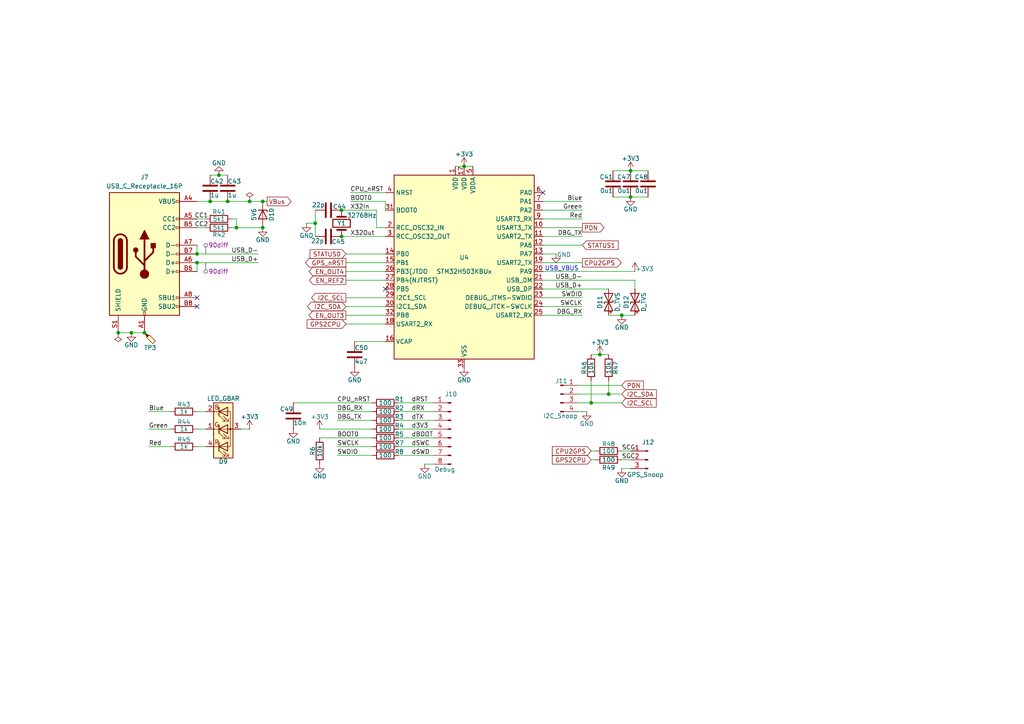
<source format=kicad_sch>
(kicad_sch (version 20250114) (generator "eeschema") (generator_version "9.0")
  (paper "A4")
  (lib_symbols
    (symbol "Connector:Conn_01x03_Pin" (pin_names (offset 1.016) (hide yes))
      (property "Reference" "J" (at 0 5.08 0))
      (property "Value" "Conn_01x03_Pin" (at 0 -5.08 0))
      (symbol "Conn_01x03_Pin_1_1"
        (rectangle (start 0.8636 2.667) (end 0 2.413) (stroke (width 0.1524)) (fill (type outline)))
        (rectangle (start 0.8636 0.127) (end 0 -0.127) (stroke (width 0.1524)) (fill (type outline)))
        (rectangle (start 0.8636 -2.413) (end 0 -2.667) (stroke (width 0.1524)) (fill (type outline)))
        (polyline (pts (xy 1.27 2.54) (xy 0.8636 2.54)) (stroke (width 0.1524)))
        (polyline (pts (xy 1.27 0) (xy 0.8636 0)) (stroke (width 0.1524)))
        (polyline (pts (xy 1.27 -2.54) (xy 0.8636 -2.54)) (stroke (width 0.1524)))
        (pin passive line (at 5.08 2.54 180) (length 3.81) (name "Pin_1") (number "1"))
        (pin passive line (at 5.08 0 180) (length 3.81) (name "Pin_2") (number "2"))
        (pin passive line (at 5.08 -2.54 180) (length 3.81) (name "Pin_3") (number "3"))
      )
    )
    (symbol "Connector:Conn_01x04_Pin" (pin_names (offset 1.016) (hide yes))
      (property "Reference" "J" (at 0 5.08 0))
      (property "Value" "Conn_01x04_Pin" (at 0 -7.62 0))
      (symbol "Conn_01x04_Pin_1_1"
        (rectangle (start 0.8636 2.667) (end 0 2.413) (stroke (width 0.1524)) (fill (type outline)))
        (rectangle (start 0.8636 0.127) (end 0 -0.127) (stroke (width 0.1524)) (fill (type outline)))
        (rectangle (start 0.8636 -2.413) (end 0 -2.667) (stroke (width 0.1524)) (fill (type outline)))
        (rectangle (start 0.8636 -4.953) (end 0 -5.207) (stroke (width 0.1524)) (fill (type outline)))
        (polyline (pts (xy 1.27 2.54) (xy 0.8636 2.54)) (stroke (width 0.1524)))
        (polyline (pts (xy 1.27 0) (xy 0.8636 0)) (stroke (width 0.1524)))
        (polyline (pts (xy 1.27 -2.54) (xy 0.8636 -2.54)) (stroke (width 0.1524)))
        (polyline (pts (xy 1.27 -5.08) (xy 0.8636 -5.08)) (stroke (width 0.1524)))
        (pin passive line (at 5.08 2.54 180) (length 3.81) (name "Pin_1") (number "1"))
        (pin passive line (at 5.08 0 180) (length 3.81) (name "Pin_2") (number "2"))
        (pin passive line (at 5.08 -2.54 180) (length 3.81) (name "Pin_3") (number "3"))
        (pin passive line (at 5.08 -5.08 180) (length 3.81) (name "Pin_4") (number "4"))
      )
    )
    (symbol "Connector:Conn_01x08_Pin" (pin_names (offset 1.016) (hide yes))
      (property "Reference" "J" (at 0 10.16 0))
      (property "Value" "Conn_01x08_Pin" (at 0 -12.7 0))
      (symbol "Conn_01x08_Pin_1_1"
        (rectangle (start 0.8636 7.747) (end 0 7.493) (stroke (width 0.1524)) (fill (type outline)))
        (rectangle (start 0.8636 5.207) (end 0 4.953) (stroke (width 0.1524)) (fill (type outline)))
        (rectangle (start 0.8636 2.667) (end 0 2.413) (stroke (width 0.1524)) (fill (type outline)))
        (rectangle (start 0.8636 0.127) (end 0 -0.127) (stroke (width 0.1524)) (fill (type outline)))
        (rectangle (start 0.8636 -2.413) (end 0 -2.667) (stroke (width 0.1524)) (fill (type outline)))
        (rectangle (start 0.8636 -4.953) (end 0 -5.207) (stroke (width 0.1524)) (fill (type outline)))
        (rectangle (start 0.8636 -7.493) (end 0 -7.747) (stroke (width 0.1524)) (fill (type outline)))
        (rectangle (start 0.8636 -10.033) (end 0 -10.287) (stroke (width 0.1524)) (fill (type outline)))
        (polyline (pts (xy 1.27 7.62) (xy 0.8636 7.62)) (stroke (width 0.1524)))
        (polyline (pts (xy 1.27 5.08) (xy 0.8636 5.08)) (stroke (width 0.1524)))
        (polyline (pts (xy 1.27 2.54) (xy 0.8636 2.54)) (stroke (width 0.1524)))
        (polyline (pts (xy 1.27 0) (xy 0.8636 0)) (stroke (width 0.1524)))
        (polyline (pts (xy 1.27 -2.54) (xy 0.8636 -2.54)) (stroke (width 0.1524)))
        (polyline (pts (xy 1.27 -5.08) (xy 0.8636 -5.08)) (stroke (width 0.1524)))
        (polyline (pts (xy 1.27 -7.62) (xy 0.8636 -7.62)) (stroke (width 0.1524)))
        (polyline (pts (xy 1.27 -10.16) (xy 0.8636 -10.16)) (stroke (width 0.1524)))
        (pin passive line (at 5.08 7.62 180) (length 3.81) (name "Pin_1") (number "1"))
        (pin passive line (at 5.08 5.08 180) (length 3.81) (name "Pin_2") (number "2"))
        (pin passive line (at 5.08 2.54 180) (length 3.81) (name "Pin_3") (number "3"))
        (pin passive line (at 5.08 0 180) (length 3.81) (name "Pin_4") (number "4"))
        (pin passive line (at 5.08 -2.54 180) (length 3.81) (name "Pin_5") (number "5"))
        (pin passive line (at 5.08 -5.08 180) (length 3.81) (name "Pin_6") (number "6"))
        (pin passive line (at 5.08 -7.62 180) (length 3.81) (name "Pin_7") (number "7"))
        (pin passive line (at 5.08 -10.16 180) (length 3.81) (name "Pin_8") (number "8"))
      )
    )
    (symbol "Connector:TestPoint_Probe" (pin_numbers (hide yes)) (pin_names (offset 0.762) (hide yes))
      (property "Reference" "TP" (at 1.651 5.842 0))
      (property "Value" "TestPoint_Probe" (at 1.651 4.064 0))
      (symbol "TestPoint_Probe_0_1"
        (polyline (pts (xy 1.27 0.762) (xy 0 0) (xy 0.762 1.27) (xy 1.27 0.762)) (fill (type outline)))
        (polyline (pts (xy 1.397 0.635) (xy 0.635 1.397) (xy 2.413 3.175) (xy 3.175 2.413) (xy 1.397 0.635)) (fill (type background)))
      )
      (symbol "TestPoint_Probe_1_1"
        (pin passive line (at 0 0 90) (length 0) (name "1") (number "1"))
      )
    )
    (symbol "Connector:USB_C_Receptacle_USB2.0_16P" (pin_names (offset 1.016))
      (property "Reference" "J" (at 0 22.225 0))
      (property "Value" "USB_C_Receptacle_USB2.0_16P" (at 0 19.685 0))
      (symbol "USB_C_Receptacle_USB2.0_16P_0_0"
        (rectangle (start -0.254 -17.78) (end 0.254 -16.764))
        (rectangle (start 10.16 15.494) (end 9.144 14.986))
        (rectangle (start 10.16 10.414) (end 9.144 9.906))
        (rectangle (start 10.16 7.874) (end 9.144 7.366))
        (rectangle (start 10.16 2.794) (end 9.144 2.286))
        (rectangle (start 10.16 0.254) (end 9.144 -0.254))
        (rectangle (start 10.16 -2.286) (end 9.144 -2.794))
        (rectangle (start 10.16 -4.826) (end 9.144 -5.334))
        (rectangle (start 10.16 -12.446) (end 9.144 -12.954))
        (rectangle (start 10.16 -14.986) (end 9.144 -15.494))
      )
      (symbol "USB_C_Receptacle_USB2.0_16P_0_1"
        (rectangle (start -10.16 17.78) (end 10.16 -17.78) (stroke (width 0.254)) (fill (type background)))
        (polyline (pts (xy -8.89 -3.81) (xy -8.89 3.81)) (stroke (width 0.508)))
        (rectangle (start -7.62 -3.81) (end -6.35 3.81) (stroke (width 0.254)) (fill (type outline)))
        (arc (start -7.62 3.81) (mid -6.985 4.4423) (end -6.35 3.81) (stroke (width 0.254)))
        (arc (start -7.62 3.81) (mid -6.985 4.4423) (end -6.35 3.81) (stroke (width 0.254)) (fill (type outline)))
        (arc (start -8.89 3.81) (mid -6.985 5.7067) (end -5.08 3.81) (stroke (width 0.508)))
        (arc (start -5.08 -3.81) (mid -6.985 -5.7067) (end -8.89 -3.81) (stroke (width 0.508)))
        (arc (start -6.35 -3.81) (mid -6.985 -4.4423) (end -7.62 -3.81) (stroke (width 0.254)))
        (arc (start -6.35 -3.81) (mid -6.985 -4.4423) (end -7.62 -3.81) (stroke (width 0.254)) (fill (type outline)))
        (polyline (pts (xy -5.08 3.81) (xy -5.08 -3.81)) (stroke (width 0.508)))
        (circle (center -2.54 1.143) (radius 0.635) (stroke (width 0.254)) (fill (type outline)))
        (polyline (pts (xy -1.27 4.318) (xy 0 6.858) (xy 1.27 4.318) (xy -1.27 4.318)) (stroke (width 0.254)) (fill (type outline)))
        (polyline (pts (xy 0 -2.032) (xy 2.54 0.508) (xy 2.54 1.778)) (stroke (width 0.508)))
        (polyline (pts (xy 0 -3.302) (xy -2.54 -0.762) (xy -2.54 0.508)) (stroke (width 0.508)))
        (polyline (pts (xy 0 -5.842) (xy 0 4.318)) (stroke (width 0.508)))
        (circle (center 0 -5.842) (radius 1.27) (fill (type outline)))
        (rectangle (start 1.905 1.778) (end 3.175 3.048) (stroke (width 0.254)) (fill (type outline)))
      )
      (symbol "USB_C_Receptacle_USB2.0_16P_1_1"
        (pin passive line (at -7.62 -22.86 90) (length 5.08) (name "SHIELD") (number "S1"))
        (pin passive line (at 0 -22.86 90) (length 5.08) (name "GND") (number "A1"))
        (pin passive line (at 0 -22.86 90) (length 5.08) (hide yes) (name "GND") (number "A12"))
        (pin passive line (at 0 -22.86 90) (length 5.08) (hide yes) (name "GND") (number "B1"))
        (pin passive line (at 0 -22.86 90) (length 5.08) (hide yes) (name "GND") (number "B12"))
        (pin passive line (at 15.24 15.24 180) (length 5.08) (name "VBUS") (number "A4"))
        (pin passive line (at 15.24 15.24 180) (length 5.08) (hide yes) (name "VBUS") (number "A9"))
        (pin passive line (at 15.24 15.24 180) (length 5.08) (hide yes) (name "VBUS") (number "B4"))
        (pin passive line (at 15.24 15.24 180) (length 5.08) (hide yes) (name "VBUS") (number "B9"))
        (pin bidirectional line (at 15.24 10.16 180) (length 5.08) (name "CC1") (number "A5"))
        (pin bidirectional line (at 15.24 7.62 180) (length 5.08) (name "CC2") (number "B5"))
        (pin bidirectional line (at 15.24 2.54 180) (length 5.08) (name "D-") (number "A7"))
        (pin bidirectional line (at 15.24 0 180) (length 5.08) (name "D-") (number "B7"))
        (pin bidirectional line (at 15.24 -2.54 180) (length 5.08) (name "D+") (number "A6"))
        (pin bidirectional line (at 15.24 -5.08 180) (length 5.08) (name "D+") (number "B6"))
        (pin bidirectional line (at 15.24 -12.7 180) (length 5.08) (name "SBU1") (number "A8"))
        (pin bidirectional line (at 15.24 -15.24 180) (length 5.08) (name "SBU2") (number "B8"))
      )
    )
    (symbol "Device:C" (pin_numbers (hide yes)) (pin_names (offset 0.254))
      (property "Reference" "C" (at 0.635 2.54 0))
      (property "Value" "C" (at 0.635 -2.54 0))
      (symbol "C_0_1"
        (polyline (pts (xy -2.032 0.762) (xy 2.032 0.762)) (stroke (width 0.508)))
        (polyline (pts (xy -2.032 -0.762) (xy 2.032 -0.762)) (stroke (width 0.508)))
      )
      (symbol "C_1_1"
        (pin passive line (at 0 3.81 270) (length 2.794) (name "~") (number "1"))
        (pin passive line (at 0 -3.81 90) (length 2.794) (name "~") (number "2"))
      )
    )
    (symbol "Device:Crystal" (pin_numbers (hide yes)) (pin_names (offset 1.016) (hide yes))
      (property "Reference" "Y" (at 0 3.81 0))
      (property "Value" "Crystal" (at 0 -3.81 0))
      (symbol "Crystal_0_1"
        (polyline (pts (xy -2.54 0) (xy -1.905 0)))
        (polyline (pts (xy -1.905 -1.27) (xy -1.905 1.27)) (stroke (width 0.508)))
        (rectangle (start -1.143 2.54) (end 1.143 -2.54) (stroke (width 0.3048)))
        (polyline (pts (xy 1.905 -1.27) (xy 1.905 1.27)) (stroke (width 0.508)))
        (polyline (pts (xy 2.54 0) (xy 1.905 0)))
      )
      (symbol "Crystal_1_1"
        (pin passive line (at -3.81 0 0) (length 1.27) (name "1") (number "1"))
        (pin passive line (at 3.81 0 180) (length 1.27) (name "2") (number "2"))
      )
    )
    (symbol "Device:D_Zener" (pin_numbers (hide yes)) (pin_names (offset 1.016) (hide yes))
      (property "Reference" "D" (at 0 2.54 0))
      (property "Value" "D_Zener" (at 0 -2.54 0))
      (symbol "D_Zener_0_1"
        (polyline (pts (xy -1.27 -1.27) (xy -1.27 1.27) (xy -0.762 1.27)) (stroke (width 0.254)))
        (polyline (pts (xy 1.27 0) (xy -1.27 0)))
        (polyline (pts (xy 1.27 -1.27) (xy 1.27 1.27) (xy -1.27 0) (xy 1.27 -1.27)) (stroke (width 0.254)))
      )
      (symbol "D_Zener_1_1"
        (pin passive line (at -3.81 0 0) (length 2.54) (name "K") (number "1"))
        (pin passive line (at 3.81 0 180) (length 2.54) (name "A") (number "2"))
      )
    )
    (symbol "Device:LED_GBAR" (pin_names (offset 0) (hide yes))
      (property "Reference" "D" (at 0 9.398 0))
      (property "Value" "LED_GBAR" (at 0 -8.89 0))
      (symbol "LED_GBAR_0_0"
        (text "R" (at -1.905 3.81 0) (effects (font (size 1.27 1.27))))
        (text "G" (at -1.905 -1.27 0) (effects (font (size 1.27 1.27))))
        (text "B" (at -1.905 -6.35 0) (effects (font (size 1.27 1.27))))
      )
      (symbol "LED_GBAR_0_1"
        (polyline (pts (xy -1.27 6.35) (xy -1.27 3.81)) (stroke (width 0.254)))
        (polyline (pts (xy -1.27 6.35) (xy -1.27 3.81) (xy -1.27 3.81)))
        (polyline (pts (xy -1.27 5.08) (xy -2.54 5.08)))
        (polyline (pts (xy -1.27 5.08) (xy 1.27 5.08)))
        (polyline (pts (xy -1.27 1.27) (xy -1.27 -1.27)) (stroke (width 0.254)))
        (polyline (pts (xy -1.27 1.27) (xy -1.27 -1.27) (xy -1.27 -1.27)))
        (polyline (pts (xy -1.27 0) (xy -2.54 0)))
        (polyline (pts (xy -1.27 -3.81) (xy -1.27 -6.35)) (stroke (width 0.254)))
        (polyline (pts (xy -1.27 -5.08) (xy -2.54 -5.08)))
        (polyline (pts (xy -1.27 -5.08) (xy 1.27 -5.08)))
        (polyline (pts (xy -1.016 6.35) (xy 0.508 7.874) (xy -0.254 7.874) (xy 0.508 7.874) (xy 0.508 7.112)))
        (polyline (pts (xy -1.016 1.27) (xy 0.508 2.794) (xy -0.254 2.794) (xy 0.508 2.794) (xy 0.508 2.032)))
        (polyline (pts (xy -1.016 -3.81) (xy 0.508 -2.286) (xy -0.254 -2.286) (xy 0.508 -2.286) (xy 0.508 -3.048)))
        (polyline (pts (xy 0 6.35) (xy 1.524 7.874) (xy 0.762 7.874) (xy 1.524 7.874) (xy 1.524 7.112)))
        (polyline (pts (xy 0 1.27) (xy 1.524 2.794) (xy 0.762 2.794) (xy 1.524 2.794) (xy 1.524 2.032)))
        (polyline (pts (xy 0 -3.81) (xy 1.524 -2.286) (xy 0.762 -2.286) (xy 1.524 -2.286) (xy 1.524 -3.048)))
        (polyline (pts (xy 1.27 6.35) (xy 1.27 3.81) (xy -1.27 5.08) (xy 1.27 6.35)) (stroke (width 0.254)))
        (rectangle (start 1.27 6.35) (end 1.27 6.35))
        (rectangle (start 1.27 3.81) (end 1.27 6.35))
        (polyline (pts (xy 1.27 1.27) (xy 1.27 -1.27) (xy -1.27 0) (xy 1.27 1.27)) (stroke (width 0.254)))
        (rectangle (start 1.27 1.27) (end 1.27 1.27))
        (polyline (pts (xy 1.27 0) (xy -1.27 0)))
        (polyline (pts (xy 1.27 0) (xy 2.54 0)))
        (rectangle (start 1.27 -1.27) (end 1.27 1.27))
        (polyline (pts (xy 1.27 -3.81) (xy 1.27 -6.35) (xy -1.27 -5.08) (xy 1.27 -3.81)) (stroke (width 0.254)))
        (polyline (pts (xy 1.27 -5.08) (xy 2.032 -5.08) (xy 2.032 5.08) (xy 1.27 5.08)))
        (circle (center 2.032 0) (radius 0.254) (fill (type outline)))
        (rectangle (start 2.794 8.382) (end -2.794 -7.62) (stroke (width 0.254)) (fill (type background)))
      )
      (symbol "LED_GBAR_1_1"
        (pin passive line (at -5.08 5.08 0) (length 2.54) (name "RK") (number "4"))
        (pin passive line (at -5.08 0 0) (length 2.54) (name "GK") (number "1"))
        (pin passive line (at -5.08 -5.08 0) (length 2.54) (name "BK") (number "2"))
        (pin passive line (at 5.08 0 180) (length 2.54) (name "A") (number "3"))
      )
    )
    (symbol "Device:R" (pin_numbers (hide yes)) (pin_names (offset 0))
      (property "Reference" "R" (at 2.032 0 90))
      (property "Value" "R" (at 0 0 90))
      (symbol "R_0_1"
        (rectangle (start -1.016 -2.54) (end 1.016 2.54) (stroke (width 0.254)))
      )
      (symbol "R_1_1"
        (pin passive line (at 0 3.81 270) (length 1.27) (name "~") (number "1"))
        (pin passive line (at 0 -3.81 90) (length 1.27) (name "~") (number "2"))
      )
    )
    (symbol "MCU_ST_STM32H5:STM32H503KBUx"
      (property "Reference" "U" (at -20.32 29.21 0))
      (property "Value" "STM32H503KBUx" (at 5.08 29.21 0))
      (symbol "STM32H503KBUx_0_1"
        (rectangle (start -20.32 -25.4) (end 20.32 27.94) (stroke (width 0.254)) (fill (type background)))
      )
      (symbol "STM32H503KBUx_1_1"
        (pin input line (at -22.86 22.86 0) (length 2.54) (name "NRST") (number "4"))
        (pin input line (at -22.86 17.78 0) (length 2.54) (name "BOOT0") (number "31"))
        (pin bidirectional line (at -22.86 12.7 0) (length 2.54) (name "PC14") (number "2") (alternate "RCC_OSC32_IN" bidirectional line))
        (pin bidirectional line (at -22.86 10.16 0) (length 2.54) (name "PC15") (number "3") (alternate "RCC_OSC32_OUT" bidirectional line))
        (pin bidirectional line (at -22.86 5.08 0) (length 2.54) (name "PB0") (number "14") (alternate "USART2_TX" bidirectional line))
        (pin bidirectional line (at -22.86 2.54 0) (length 2.54) (name "PB1") (number "15") (alternate "USART2_RX" bidirectional line))
        (pin bidirectional line (at -22.86 0 0) (length 2.54) (name "PB3(JTDO") (number "26") (alternate "USART3_TX" bidirectional line))
        (pin bidirectional line (at -22.86 -2.54 0) (length 2.54) (name "PB4(NJTRST)") (number "27") (alternate "USART2_TX" bidirectional line))
        (pin bidirectional line (at -22.86 -5.08 0) (length 2.54) (name "PB5") (number "28") (alternate "I2C1_SDA" bidirectional line) (alternate "USART2_RX" bidirectional line))
        (pin bidirectional line (at -22.86 -7.62 0) (length 2.54) (name "PB6") (number "29") (alternate "I2C1_SCL" bidirectional line))
        (pin bidirectional line (at -22.86 -10.16 0) (length 2.54) (name "PB7") (number "30") (alternate "I2C1_SDA" bidirectional line) (alternate "USART3_TX" bidirectional line))
        (pin bidirectional line (at -22.86 -12.7 0) (length 2.54) (name "PB8") (number "32") (alternate "I2C1_SCL" bidirectional line) (alternate "USART3_RX" bidirectional line))
        (pin bidirectional line (at -22.86 -15.24 0) (length 2.54) (name "PB15") (number "18") (alternate "USART2_RX" bidirectional line))
        (pin power_out line (at -22.86 -20.32 0) (length 2.54) (name "VCAP") (number "16"))
        (pin power_in line (at -2.54 30.48 270) (length 2.54) (name "VDD") (number "1"))
        (pin power_in line (at 0 30.48 270) (length 2.54) (name "VDD") (number "17"))
        (pin power_in line (at 0 -27.94 90) (length 2.54) (name "VSS") (number "33"))
        (pin power_in line (at 2.54 30.48 270) (length 2.54) (name "VDDA") (number "5"))
        (pin bidirectional line (at 22.86 22.86 180) (length 2.54) (name "PA0") (number "6"))
        (pin bidirectional line (at 22.86 20.32 180) (length 2.54) (name "PA1") (number "7"))
        (pin bidirectional line (at 22.86 17.78 180) (length 2.54) (name "PA2") (number "8") (alternate "USART2_TX" bidirectional line))
        (pin bidirectional line (at 22.86 15.24 180) (length 2.54) (name "PA3") (number "9") (alternate "USART2_RX" bidirectional line) (alternate "USART3_RX" bidirectional line))
        (pin bidirectional line (at 22.86 12.7 180) (length 2.54) (name "PA4") (number "10") (alternate "USART3_TX" bidirectional line))
        (pin bidirectional line (at 22.86 10.16 180) (length 2.54) (name "PA5") (number "11") (alternate "USART2_TX" bidirectional line) (alternate "USART3_RX" bidirectional line))
        (pin bidirectional line (at 22.86 7.62 180) (length 2.54) (name "PA6") (number "12"))
        (pin bidirectional line (at 22.86 5.08 180) (length 2.54) (name "PA7") (number "13"))
        (pin bidirectional line (at 22.86 2.54 180) (length 2.54) (name "PA8") (number "19") (alternate "USART2_TX" bidirectional line) (alternate "USART3_TX" bidirectional line))
        (pin bidirectional line (at 22.86 0 180) (length 2.54) (name "PA9") (number "20"))
        (pin bidirectional line (at 22.86 -2.54 180) (length 2.54) (name "PA11") (number "21") (alternate "USART2_RX" bidirectional line) (alternate "USB_DM" bidirectional line))
        (pin bidirectional line (at 22.86 -5.08 180) (length 2.54) (name "PA12") (number "22") (alternate "USART2_TX" bidirectional line) (alternate "USART3_RX" bidirectional line) (alternate "USB_DP" bidirectional line))
        (pin bidirectional line (at 22.86 -7.62 180) (length 2.54) (name "PA13(JTMS") (number "23") (alternate "DEBUG_JTMS-SWDIO" bidirectional line) (alternate "USART2_RX" bidirectional line))
        (pin bidirectional line (at 22.86 -10.16 180) (length 2.54) (name "PA14(JTCK") (number "24") (alternate "DEBUG_JTCK-SWCLK" bidirectional line) (alternate "USART2_TX" bidirectional line))
        (pin bidirectional line (at 22.86 -12.7 180) (length 2.54) (name "PA15(JTDI)") (number "25") (alternate "USART2_RX" bidirectional line) (alternate "USART3_RX" bidirectional line))
      )
    )
    (symbol "Parts:D_TVS" (pin_numbers (hide yes)) (pin_names (offset 1.016) (hide yes))
      (property "Reference" "D" (at 0 2.54 0))
      (property "Value" "D_TVS" (at 0 -2.54 0))
      (symbol "D_TVS_0_1"
        (polyline (pts (xy -2.54 1.27) (xy -2.54 -1.27) (xy 2.54 1.27) (xy 2.54 -1.27) (xy -2.54 1.27)) (stroke (width 0.254)))
        (polyline (pts (xy 0.508 1.27) (xy 0 1.27) (xy 0 -1.27) (xy -0.508 -1.27)) (stroke (width 0.254)))
        (polyline (pts (xy 1.27 0) (xy -1.27 0)))
      )
      (symbol "D_TVS_1_1"
        (text "H" (at 2.54 -0.254 0) (effects (font (size 0.635 0.635)) (justify left top)))
        (pin passive line (at -3.81 0 0) (length 2.54) (name "A1") (number "1"))
        (pin passive line (at 3.81 0 180) (length 2.54) (name "A2") (number "2"))
      )
    )
    (symbol "power:+3V3" (power) (pin_numbers (hide yes)) (pin_names (offset 0) (hide yes))
      (property "Value" "+3V3" (at 0 3.556 0))
      (symbol "+3V3_0_1"
        (polyline (pts (xy -0.762 1.27) (xy 0 2.54)))
        (polyline (pts (xy 0 2.54) (xy 0.762 1.27)))
        (polyline (pts (xy 0 0) (xy 0 2.54)))
      )
      (symbol "+3V3_1_1"
        (pin power_in line (at 0 0 90) (length 0) (name "~") (number "1"))
      )
    )
    (symbol "power:GND" (power) (pin_numbers (hide yes)) (pin_names (offset 0) (hide yes))
      (property "Value" "GND" (at 0 -3.81 0))
      (symbol "GND_0_1"
        (polyline (pts (xy 0 0) (xy 0 -1.27) (xy 1.27 -1.27) (xy 0 -2.54) (xy -1.27 -1.27) (xy 0 -1.27)))
      )
      (symbol "GND_1_1"
        (pin power_in line (at 0 0 270) (length 0) (name "~") (number "1"))
      )
    )
    (symbol "power:PWR_FLAG" (power) (pin_numbers (hide yes)) (pin_names (offset 0) (hide yes))
      (property "Value" "PWR_FLAG" (at 0 3.81 0))
      (symbol "PWR_FLAG_0_0"
        (pin power_out line (at 0 0 90) (length 0) (name "~") (number "1"))
      )
      (symbol "PWR_FLAG_0_1"
        (polyline (pts (xy 0 0) (xy 0 1.27) (xy -1.016 1.905) (xy 0 2.54) (xy 1.016 1.905) (xy 0 1.27)))
      )
    )
  )
  (text "USB_VBUS" (at 157.988 78.74 0) (effects (font (size 1.27 1.27)) (justify left bottom)))
  (junction (at 63.5 50.8))
  (junction (at 173.99 102.87))
  (junction (at 38.1 96.52))
  (junction (at 41.91 96.52))
  (junction (at 91.44 64.77))
  (junction (at 182.88 57.15))
  (junction (at 34.29 96.52))
  (junction (at 76.2 66.04))
  (junction (at 68.58 66.04))
  (junction (at 134.62 48.26))
  (junction (at 72.39 58.42))
  (junction (at 66.04 58.42))
  (junction (at 57.15 76.2))
  (junction (at 99.06 60.96))
  (junction (at 99.06 68.58))
  (junction (at 176.53 114.3))
  (junction (at 60.96 58.42))
  (junction (at 182.88 49.53))
  (junction (at 171.45 116.84))
  (junction (at 57.15 73.66))
  (junction (at 180.34 91.44))
  (junction (at 76.2 58.42))
  (no_connect (at 157.48 55.88))
  (no_connect (at 57.15 86.36))
  (no_connect (at 57.15 88.9))
  (no_connect (at 111.76 83.82))
  (wire (pts (xy 182.88 49.53) (xy 177.8 49.53)))
  (wire (pts (xy 171.45 102.87) (xy 173.99 102.87)))
  (wire (pts (xy 69.85 124.46) (xy 72.39 124.46)))
  (wire (pts (xy 57.15 58.42) (xy 60.96 58.42)))
  (wire (pts (xy 88.9 64.77) (xy 91.44 64.77)))
  (wire (pts (xy 115.57 127) (xy 125.73 127)))
  (wire (pts (xy 187.96 49.53) (xy 182.88 49.53)))
  (wire (pts (xy 157.48 63.5) (xy 168.91 63.5)))
  (wire (pts (xy 100.33 93.98) (xy 111.76 93.98)))
  (wire (pts (xy 43.18 129.54) (xy 49.53 129.54)))
  (wire (pts (xy 57.15 129.54) (xy 59.69 129.54)))
  (wire (pts (xy 77.47 58.42) (xy 76.2 58.42)))
  (wire (pts (xy 57.15 71.12) (xy 57.15 73.66)))
  (wire (pts (xy 171.45 133.35) (xy 172.72 133.35)))
  (wire (pts (xy 85.09 116.84) (xy 107.95 116.84)))
  (wire (pts (xy 111.76 58.42) (xy 111.76 60.96)))
  (wire (pts (xy 171.45 116.84) (xy 180.34 116.84)))
  (wire (pts (xy 173.99 102.87) (xy 176.53 102.87)))
  (wire (pts (xy 176.53 114.3) (xy 180.34 114.3)))
  (wire (pts (xy 57.15 76.2) (xy 57.15 78.74)))
  (wire (pts (xy 57.15 73.66) (xy 74.93 73.66)))
  (wire (pts (xy 167.64 111.76) (xy 180.34 111.76)))
  (wire (pts (xy 101.6 58.42) (xy 111.76 58.42)))
  (wire (pts (xy 68.58 63.5) (xy 68.58 66.04)))
  (wire (pts (xy 101.6 55.88) (xy 111.76 55.88)))
  (wire (pts (xy 109.22 60.96) (xy 109.22 66.04)))
  (wire (pts (xy 115.57 121.92) (xy 125.73 121.92)))
  (wire (pts (xy 157.48 71.12) (xy 168.91 71.12)))
  (wire (pts (xy 157.48 88.9) (xy 168.91 88.9)))
  (wire (pts (xy 99.06 68.58) (xy 111.76 68.58)))
  (wire (pts (xy 100.33 88.9) (xy 111.76 88.9)))
  (wire (pts (xy 111.76 73.66) (xy 100.33 73.66)))
  (wire (pts (xy 91.44 60.96) (xy 91.44 64.77)))
  (wire (pts (xy 157.48 68.58) (xy 168.91 68.58)))
  (wire (pts (xy 187.96 57.15) (xy 182.88 57.15)))
  (wire (pts (xy 109.22 60.96) (xy 99.06 60.96)))
  (wire (pts (xy 182.88 57.15) (xy 177.8 57.15)))
  (wire (pts (xy 63.5 50.8) (xy 66.04 50.8)))
  (wire (pts (xy 157.48 60.96) (xy 168.91 60.96)))
  (wire (pts (xy 184.15 83.82) (xy 184.15 81.28)))
  (wire (pts (xy 180.34 130.81) (xy 182.88 130.81)))
  (wire (pts (xy 157.48 76.2) (xy 168.91 76.2)))
  (wire (pts (xy 115.57 119.38) (xy 125.73 119.38)))
  (wire (pts (xy 167.64 114.3) (xy 176.53 114.3)))
  (wire (pts (xy 100.33 91.44) (xy 111.76 91.44)))
  (wire (pts (xy 57.15 119.38) (xy 59.69 119.38)))
  (wire (pts (xy 180.34 133.35) (xy 182.88 133.35)))
  (wire (pts (xy 157.48 81.28) (xy 184.15 81.28)))
  (wire (pts (xy 43.18 119.38) (xy 49.53 119.38)))
  (wire (pts (xy 176.53 110.49) (xy 176.53 114.3)))
  (wire (pts (xy 109.22 66.04) (xy 111.76 66.04)))
  (wire (pts (xy 100.33 86.36) (xy 111.76 86.36)))
  (wire (pts (xy 157.48 78.74) (xy 184.15 78.74)))
  (wire (pts (xy 115.57 124.46) (xy 125.73 124.46)))
  (wire (pts (xy 167.64 116.84) (xy 171.45 116.84)))
  (wire (pts (xy 68.58 66.04) (xy 67.31 66.04)))
  (wire (pts (xy 38.1 96.52) (xy 41.91 96.52)))
  (wire (pts (xy 92.71 127) (xy 107.95 127)))
  (wire (pts (xy 115.57 132.08) (xy 125.73 132.08)))
  (wire (pts (xy 171.45 130.81) (xy 172.72 130.81)))
  (wire (pts (xy 168.91 66.04) (xy 157.48 66.04)))
  (wire (pts (xy 91.44 64.77) (xy 91.44 68.58)))
  (wire (pts (xy 157.48 86.36) (xy 168.91 86.36)))
  (wire (pts (xy 157.48 73.66) (xy 161.29 73.66)))
  (wire (pts (xy 123.19 134.62) (xy 125.73 134.62)))
  (wire (pts (xy 134.62 48.26) (xy 137.16 48.26)))
  (wire (pts (xy 63.5 50.8) (xy 60.96 50.8)))
  (wire (pts (xy 100.33 78.74) (xy 111.76 78.74)))
  (wire (pts (xy 157.48 83.82) (xy 176.53 83.82)))
  (wire (pts (xy 176.53 91.44) (xy 180.34 91.44)))
  (wire (pts (xy 57.15 63.5) (xy 59.69 63.5)))
  (wire (pts (xy 180.34 91.44) (xy 184.15 91.44)))
  (wire (pts (xy 168.91 91.44) (xy 157.48 91.44)))
  (wire (pts (xy 115.57 116.84) (xy 125.73 116.84)))
  (wire (pts (xy 171.45 110.49) (xy 171.45 116.84)))
  (wire (pts (xy 97.79 119.38) (xy 107.95 119.38)))
  (wire (pts (xy 57.15 66.04) (xy 59.69 66.04)))
  (wire (pts (xy 57.15 124.46) (xy 59.69 124.46)))
  (wire (pts (xy 100.33 76.2) (xy 111.76 76.2)))
  (wire (pts (xy 107.95 132.08) (xy 97.79 132.08)))
  (wire (pts (xy 132.08 48.26) (xy 134.62 48.26)))
  (wire (pts (xy 60.96 58.42) (xy 66.04 58.42)))
  (wire (pts (xy 100.33 81.28) (xy 111.76 81.28)))
  (wire (pts (xy 102.87 99.06) (xy 111.76 99.06)))
  (wire (pts (xy 180.34 135.89) (xy 182.88 135.89)))
  (wire (pts (xy 34.29 96.52) (xy 38.1 96.52)))
  (wire (pts (xy 107.95 129.54) (xy 97.79 129.54)))
  (wire (pts (xy 43.18 124.46) (xy 49.53 124.46)))
  (wire (pts (xy 66.04 58.42) (xy 72.39 58.42)))
  (wire (pts (xy 72.39 58.42) (xy 76.2 58.42)))
  (wire (pts (xy 92.71 124.46) (xy 107.95 124.46)))
  (wire (pts (xy 115.57 129.54) (xy 125.73 129.54)))
  (wire (pts (xy 170.18 119.38) (xy 167.64 119.38)))
  (wire (pts (xy 157.48 58.42) (xy 168.91 58.42)))
  (wire (pts (xy 57.15 76.2) (xy 74.93 76.2)))
  (wire (pts (xy 67.31 63.5) (xy 68.58 63.5)))
  (wire (pts (xy 68.58 66.04) (xy 76.2 66.04)))
  (wire (pts (xy 97.79 121.92) (xy 107.95 121.92)))
  (label "CPU_nRST" (at 97.79 116.84 0))
  (label "Green" (at 43.18 124.46 0))
  (label "SWCLK" (at 97.79 129.54 0))
  (label "SWDIO" (at 97.79 132.08 0))
  (label "CC1" (at 58.42 63.5 0))
  (label "dRST" (at 119.38 116.84 0))
  (label "USB_D+" (at 74.93 76.2 180))
  (label "dTX" (at 119.38 121.92 0))
  (label "d3V3" (at 119.38 124.46 0))
  (label "SCG" (at 180.34 130.81 0))
  (label "USB_D-" (at 74.93 73.66 180))
  (label "USB_D+" (at 168.91 83.82 180))
  (label "dSWC" (at 119.38 129.54 0))
  (label "dRX" (at 119.38 119.38 0))
  (label "Red" (at 43.18 129.54 0))
  (label "CC2" (at 58.42 66.04 0))
  (label "Blue" (at 43.18 119.38 0))
  (label "DBG_RX" (at 97.79 119.38 0))
  (label "USB_D-" (at 168.91 81.28 180))
  (label "SGC" (at 180.34 133.35 0))
  (label "SWDIO" (at 168.91 86.36 180))
  (label "CPU_nRST" (at 101.6 55.88 0))
  (label "BOOT0" (at 101.6 58.42 0))
  (label "BOOT0" (at 97.79 127 0))
  (label "DBG_RX" (at 168.91 91.44 180))
  (label "X32Out" (at 101.6 68.58 0))
  (label "X32In" (at 101.6 60.96 0))
  (label "dSWD" (at 119.38 132.08 0))
  (label "Blue" (at 168.91 58.42 180))
  (label "DBG_TX" (at 168.91 68.58 180))
  (label "Green" (at 168.91 60.96 180))
  (label "dBOOT" (at 119.38 127 0))
  (label "DBG_TX" (at 97.79 121.92 0))
  (label "SWCLK" (at 168.91 88.9 180))
  (label "Red" (at 168.91 63.5 180))
  (global_label "CPU2GPS" (shape output) (at 168.91 76.2 0) (property "Intersheetrefs" "${INTERSHEET_REFS}" (at 181.0755 76.2 0) (effects (justify left))))
  (global_label "GPS2CPU" (shape input) (at 171.45 133.35 180) (property "Intersheetrefs" "${INTERSHEET_REFS}" (at 159.6353 133.35 0) (effects (justify right))))
  (global_label "I2C_SDA" (shape bidirectional) (at 100.33 88.9 180) (property "Intersheetrefs" "${INTERSHEET_REFS}" (at 89.7248 88.9 0) (effects (justify right))))
  (global_label "CPU2GPS" (shape input) (at 171.45 130.81 180) (property "Intersheetrefs" "${INTERSHEET_REFS}" (at 159.6353 130.81 0) (effects (justify right))))
  (global_label "STATUS0" (shape input) (at 100.33 73.66 180) (property "Intersheetrefs" "${INTERSHEET_REFS}" (at 90.9343 73.66 0) (effects (justify right))))
  (global_label "EN_REF2" (shape output) (at 100.33 81.28 180) (property "Intersheetrefs" "${INTERSHEET_REFS}" (at 89.1806 81.28 0) (effects (justify right))))
  (global_label "EN_OUT3" (shape output) (at 100.33 91.44 180) (property "Intersheetrefs" "${INTERSHEET_REFS}" (at 89.0596 91.44 0) (effects (justify right))))
  (global_label "VBus" (shape output) (at 77.47 58.42 0) (property "Intersheetrefs" "${INTERSHEET_REFS}" (at 84.9909 58.42 0) (effects (justify left))))
  (global_label "EN_OUT4" (shape output) (at 100.33 78.74 180) (property "Intersheetrefs" "${INTERSHEET_REFS}" (at 89.0596 78.74 0) (effects (justify right))))
  (global_label "GPS2CPU" (shape input) (at 100.33 93.98 180) (property "Intersheetrefs" "${INTERSHEET_REFS}" (at 88.0316 93.98 0) (effects (justify right))))
  (global_label "STATUS1" (shape input) (at 168.91 71.12 0) (property "Intersheetrefs" "${INTERSHEET_REFS}" (at 179.878 71.12 0) (effects (justify left))))
  (global_label "PDN" (shape output) (at 168.91 66.04 0) (property "Intersheetrefs" "${INTERSHEET_REFS}" (at 179.878 66.04 0) (effects (justify left))))
  (global_label "I2C_SCL" (shape input) (at 180.34 116.84 0) (property "Intersheetrefs" "${INTERSHEET_REFS}" (at 188.9737 116.84 0) (effects (justify left))))
  (global_label "I2C_SDA" (shape input) (at 180.34 114.3 0) (property "Intersheetrefs" "${INTERSHEET_REFS}" (at 189.1067 114.3 0) (effects (justify left))))
  (global_label "PDN" (shape input) (at 180.34 111.76 0) (property "Intersheetrefs" "${INTERSHEET_REFS}" (at 186.6272 111.76 0) (effects (justify left))))
  (global_label "I2C_SCL" (shape output) (at 100.33 86.36 180) (property "Intersheetrefs" "${INTERSHEET_REFS}" (at 89.7853 86.36 0) (effects (justify right))))
  (global_label "GPS_nRST" (shape output) (at 100.33 76.2 180) (property "Intersheetrefs" "${INTERSHEET_REFS}" (at 88.5153 76.2 0) (effects (justify right))))
  (netclass_flag "" (length 2.54) (shape round) (at 59.69 73.66 0) (property "Netclass" "90diff" (at 60.452 71.12 0) (effects (justify left))))
  (netclass_flag "" (length 2.54) (shape round) (at 59.69 76.2 180) (property "Netclass" "90diff" (at 60.452 78.74 0) (effects (justify left))))
  (symbol (lib_id "Device:R") (at 111.76 129.54 270) (mirror x) (unit 1)
    (property "Reference" "R7" (at 115.824 128.524 90))
    (property "Value" "100" (at 111.76 129.54 90))
    (property "Footprint" "Resistor_SMD:R_0402_1005Metric" (effects (hide yes)))
    (property "Description" "Resistor" (effects (hide yes)))
    (property "JLCPCB" "C25076" (effects (hide yes)))
  )
  (symbol (lib_id "Device:LED_GBAR") (at 64.77 124.46 0) (mirror x) (unit 1) (in_bom no)
    (property "Reference" "D9" (at 64.77 133.858 0))
    (property "Value" "LED_GBAR" (at 64.77 115.57 0))
    (property "Footprint" "Parts:LED-QPLB615-RGB" (effects (hide yes)))
    (property "Description" "RGB LED, green/blue/anode/red" (effects (hide yes)))
  )
  (symbol (lib_id "Device:R") (at 111.76 116.84 270) (mirror x) (unit 1)
    (property "Reference" "R1" (at 115.824 115.824 90))
    (property "Value" "100" (at 111.76 116.84 90))
    (property "Footprint" "Resistor_SMD:R_0402_1005Metric" (effects (hide yes)))
    (property "Description" "Resistor" (effects (hide yes)))
    (property "JLCPCB" "C25076" (effects (hide yes)))
  )
  (symbol (lib_id "power:GND") (at 76.2 66.04 0) (unit 1)
    (property "Reference" "#PWR060" (effects (hide yes)))
    (property "Value" "GND" (at 76.2 68.834 0) (effects (justify top)))
    (property "Description" "Power symbol creates a global label with name \"GND\" , ground" (effects (hide yes)))
  )
  (symbol (lib_id "Device:Crystal") (at 99.06 64.77 270) (unit 1)
    (property "Reference" "Y1" (at 99.06 64.77 90))
    (property "Value" "32768Hz" (at 104.902 62.484 90))
    (property "Footprint" "Crystal:Crystal_SMD_3215-2Pin_3.2x1.5mm" (effects (hide yes)))
    (property "Description" "Two pin crystal" (effects (hide yes)))
    (property "JLCPCB" "C32346" (effects (hide yes)))
  )
  (symbol (lib_id "Device:R") (at 176.53 133.35 270) (mirror x) (unit 1)
    (property "Reference" "R49" (at 176.53 135.636 90))
    (property "Value" "100" (at 176.53 133.35 90))
    (property "Footprint" "Resistor_SMD:R_0402_1005Metric" (effects (hide yes)))
    (property "Description" "Resistor" (effects (hide yes)))
    (property "JLCPCB" "C25076" (effects (hide yes)))
  )
  (symbol (lib_id "Connector:Conn_01x03_Pin") (at 187.96 133.35 0) (mirror y) (unit 1) (in_bom no)
    (property "Reference" "J12" (at 187.96 128.27 0))
    (property "Value" "GPS_Snoop" (at 187.198 137.668 0))
    (property "Footprint" "Parts:PinHeader_1x03_P2.54mm_Vertical" (effects (hide yes)))
    (property "Description" "Generic connector, single row, 01x03, script generated" (effects (hide yes)))
  )
  (symbol (lib_id "power:GND") (at 161.29 73.66 0) (unit 1)
    (property "Reference" "#PWR069" (effects (hide yes)))
    (property "Value" "GND" (at 163.576 73.152 0) (effects (justify top)))
    (property "Description" "Power symbol creates a global label with name \"GND\" , ground" (effects (hide yes)))
  )
  (symbol (lib_id "Device:C") (at 95.25 68.58 270) (unit 1)
    (property "Reference" "C45" (at 100.0761 70.104 90) (effects (justify right)))
    (property "Value" "22p" (at 93.9801 69.85 90) (effects (justify right)))
    (property "Footprint" "Capacitor_SMD:C_0402_1005Metric" (effects (hide yes)))
    (property "Description" "Unpolarized capacitor" (effects (hide yes)))
    (property "JLCPCB" "C1555" (effects (hide yes)))
  )
  (symbol (lib_id "power:+3V3") (at 182.88 49.53 0) (mirror y) (unit 1)
    (property "Reference" "#PWR074" (effects (hide yes)))
    (property "Value" "+3V3" (at 182.88 45.974 0))
    (property "Description" "Power symbol creates a global label with name \"+3V3\"" (effects (hide yes)))
  )
  (symbol (lib_id "Device:R") (at 53.34 119.38 270) (mirror x) (unit 1)
    (property "Reference" "R43" (at 53.34 117.348 90))
    (property "Value" "1k" (at 53.34 119.38 90))
    (property "Footprint" "Resistor_SMD:R_0402_1005Metric" (effects (hide yes)))
    (property "Description" "Resistor" (effects (hide yes)))
    (property "JLCPCB" "C11702" (effects (hide yes)))
  )
  (symbol (lib_id "power:GND") (at 102.87 106.68 0) (unit 1)
    (property "Reference" "#PWR065" (effects (hide yes)))
    (property "Value" "GND" (at 102.87 109.474 0) (effects (justify top)))
    (property "Description" "Power symbol creates a global label with name \"GND\" , ground" (effects (hide yes)))
  )
  (symbol (lib_id "Device:D_Zener") (at 76.2 62.23 270) (unit 1)
    (property "Reference" "D10" (at 78.74 62.23 0))
    (property "Value" "5V6" (at 73.66 62.23 0))
    (property "Footprint" "Diode_SMD:D_SOD-323" (effects (hide yes)))
    (property "Description" "Zener diode" (effects (hide yes)))
    (property "JLCPCB" "C19077435" (effects (hide yes)))
  )
  (symbol (lib_id "Device:C") (at 177.8 53.34 0) (mirror y) (unit 1)
    (property "Reference" "C41" (at 177.8 52.07 0) (effects (justify left bottom)))
    (property "Value" "0u1" (at 177.8 54.61 0) (effects (justify left top)))
    (property "Footprint" "Capacitor_SMD:C_0402_1005Metric" (effects (hide yes)))
    (property "Description" "Unpolarized capacitor" (effects (hide yes)))
    (property "JLCPCB" "C307331" (effects (hide yes)))
  )
  (symbol (lib_id "Device:R") (at 176.53 106.68 0) (mirror x) (unit 1)
    (property "Reference" "R47" (at 178.562 106.68 90))
    (property "Value" "10k" (at 176.53 106.68 90))
    (property "Footprint" "Resistor_SMD:R_0402_1005Metric" (effects (hide yes)))
    (property "Description" "Resistor" (effects (hide yes)))
    (property "JLCPCB" "C25744" (effects (hide yes)))
  )
  (symbol (lib_id "Device:C") (at 182.88 53.34 0) (mirror y) (unit 1)
    (property "Reference" "C47" (at 182.88 52.07 0) (effects (justify left bottom)))
    (property "Value" "0u1" (at 182.88 54.61 0) (effects (justify left top)))
    (property "Footprint" "Capacitor_SMD:C_0402_1005Metric" (effects (hide yes)))
    (property "Description" "Unpolarized capacitor" (effects (hide yes)))
    (property "JLCPCB" "C307331" (effects (hide yes)))
  )
  (symbol (lib_id "power:GND") (at 92.71 134.62 0) (unit 1)
    (property "Reference" "#PWR064" (effects (hide yes)))
    (property "Value" "GND" (at 92.71 137.414 0) (effects (justify top)))
    (property "Description" "Power symbol creates a global label with name \"GND\" , ground" (effects (hide yes)))
  )
  (symbol (lib_id "Device:R") (at 111.76 119.38 270) (mirror x) (unit 1)
    (property "Reference" "R2" (at 115.824 118.364 90))
    (property "Value" "100" (at 111.76 119.38 90))
    (property "Footprint" "Resistor_SMD:R_0402_1005Metric" (effects (hide yes)))
    (property "Description" "Resistor" (effects (hide yes)))
    (property "JLCPCB" "C25076" (effects (hide yes)))
  )
  (symbol (lib_id "Parts:D_TVS") (at 176.53 87.63 90) (mirror x) (unit 1) (in_bom no)
    (property "Reference" "D11" (at 173.99 87.63 0))
    (property "Value" "D_TVS" (at 179.07 87.63 0))
    (property "Footprint" "Parts:HHS_0402" (effects (hide yes)))
    (property "Description" "Bidirectional transient-voltage-suppression diode" (effects (hide yes)))
  )
  (symbol (lib_id "Device:R") (at 53.34 129.54 270) (mirror x) (unit 1)
    (property "Reference" "R45" (at 53.34 127.508 90))
    (property "Value" "1k" (at 53.34 129.54 90))
    (property "Footprint" "Resistor_SMD:R_0402_1005Metric" (effects (hide yes)))
    (property "Description" "Resistor" (effects (hide yes)))
    (property "JLCPCB" "C11702" (effects (hide yes)))
  )
  (symbol (lib_id "Parts:D_TVS") (at 184.15 87.63 90) (mirror x) (unit 1) (in_bom no)
    (property "Reference" "D12" (at 181.61 87.63 0))
    (property "Value" "D_TVS" (at 186.69 87.63 0))
    (property "Footprint" "Parts:HHS_0402" (effects (hide yes)))
    (property "Description" "Bidirectional transient-voltage-suppression diode" (effects (hide yes)))
  )
  (symbol (lib_id "Connector:TestPoint_Probe") (at 41.91 96.52 0) (mirror x) (unit 1) (in_bom no)
    (property "Reference" "TP3" (at 43.561 100.838 0))
    (property "Value" "TestPoint_Probe" (effects (hide yes)))
    (property "Footprint" "Parts:TestPoint" (effects (hide yes)))
    (property "Description" "test point (alternative probe-style design)" (effects (hide yes)))
  )
  (symbol (lib_id "Device:R") (at 111.76 124.46 270) (mirror x) (unit 1)
    (property "Reference" "R4" (at 115.824 123.444 90))
    (property "Value" "100" (at 111.76 124.46 90))
    (property "Footprint" "Resistor_SMD:R_0402_1005Metric" (effects (hide yes)))
    (property "Description" "Resistor" (effects (hide yes)))
    (property "JLCPCB" "C25076" (effects (hide yes)))
  )
  (symbol (lib_id "MCU_ST_STM32H5:STM32H503KBUx") (at 134.62 78.74 0) (unit 1)
    (property "Reference" "U4" (at 134.62 74.676 0))
    (property "Value" "STM32H503KBUx" (at 134.62 78.74 0))
    (property "Footprint" "Package_DFN_QFN:QFN-32-1EP_5x5mm_P0.5mm_EP3.45x3.45mm" (effects (hide yes)))
    (property "Datasheet" "https://www.st.com/resource/en/datasheet/stm32h503kb.pdf" (effects (hide yes)))
    (property "Description" "STMicroelectronics Arm Cortex-M33 MCU, 128KB flash, 32KB RAM, 250 MHz, 26 GPIO, UFQFPN32" (effects (hide yes)))
    (property "JLCPCB" "C22385521" (effects (hide yes)))
    (pin "21" (alternate "USB_DM"))
    (pin "10" (alternate "USART3_TX"))
    (pin "18" (alternate "USART2_RX"))
    (pin "23" (alternate "DEBUG_JTMS-SWDIO"))
    (pin "2" (alternate "RCC_OSC32_IN"))
    (pin "11" (alternate "USART2_TX"))
    (pin "3" (alternate "RCC_OSC32_OUT"))
    (pin "24" (alternate "DEBUG_JTCK-SWCLK"))
    (pin "22" (alternate "USB_DP"))
    (pin "25" (alternate "USART2_RX"))
    (pin "29" (alternate "I2C1_SCL"))
    (pin "9" (alternate "USART3_RX"))
    (pin "19" (alternate "USART2_TX"))
    (pin "30" (alternate "I2C1_SDA"))
  )
  (symbol (lib_id "power:+3V3") (at 72.39 124.46 0) (mirror y) (unit 1)
    (property "Reference" "#PWR059" (effects (hide yes)))
    (property "Value" "+3V3" (at 72.39 120.904 0))
    (property "Description" "Power symbol creates a global label with name \"+3V3\"" (effects (hide yes)))
  )
  (symbol (lib_id "Device:C") (at 102.87 102.87 0) (unit 1)
    (property "Reference" "C50" (at 102.87 101.6 0) (effects (justify left bottom)))
    (property "Value" "4u7" (at 102.87 104.14 0) (effects (justify left top)))
    (property "Footprint" "Capacitor_SMD:C_0402_1005Metric" (effects (hide yes)))
    (property "Description" "Unpolarized capacitor" (effects (hide yes)))
    (property "JLCPCB" "C23733" (effects (hide yes)))
  )
  (symbol (lib_id "Device:R") (at 63.5 66.04 270) (unit 1)
    (property "Reference" "R42" (at 63.5 68.072 90))
    (property "Value" "5k1" (at 63.5 66.04 90))
    (property "Footprint" "Resistor_SMD:R_0402_1005Metric" (effects (hide yes)))
    (property "Description" "Resistor" (effects (hide yes)))
    (property "JLCPCB" "C25905" (effects (hide yes)))
  )
  (symbol (lib_id "Device:C") (at 95.25 60.96 270) (mirror x) (unit 1)
    (property "Reference" "C44" (at 96.5201 59.944 90) (effects (justify left)))
    (property "Value" "22p" (at 94.2341 59.436 90) (effects (justify right)))
    (property "Footprint" "Capacitor_SMD:C_0402_1005Metric" (effects (hide yes)))
    (property "Description" "Unpolarized capacitor" (effects (hide yes)))
    (property "JLCPCB" "C1555" (effects (hide yes)))
  )
  (symbol (lib_id "power:GND") (at 88.9 64.77 0) (unit 1)
    (property "Reference" "#PWR062" (effects (hide yes)))
    (property "Value" "GND" (at 88.9 68.326 0))
    (property "Description" "Power symbol creates a global label with name \"GND\" , ground" (effects (hide yes)))
  )
  (symbol (lib_id "power:GND") (at 180.34 135.89 0) (unit 1)
    (property "Reference" "#PWR073" (effects (hide yes)))
    (property "Value" "GND" (at 180.34 138.684 0) (effects (justify top)))
    (property "Description" "Power symbol creates a global label with name \"GND\" , ground" (effects (hide yes)))
  )
  (symbol (lib_id "Device:R") (at 111.76 121.92 270) (mirror x) (unit 1)
    (property "Reference" "R3" (at 115.824 120.904 90))
    (property "Value" "100" (at 111.76 121.92 90))
    (property "Footprint" "Resistor_SMD:R_0402_1005Metric" (effects (hide yes)))
    (property "Description" "Resistor" (effects (hide yes)))
    (property "JLCPCB" "C25076" (effects (hide yes)))
  )
  (symbol (lib_id "Device:C") (at 85.09 120.65 0) (unit 1)
    (property "Reference" "C49" (at 85.09 119.38 0) (effects (justify right bottom)))
    (property "Value" "10n" (at 85.09 121.92 0) (effects (justify left top)))
    (property "Footprint" "Capacitor_SMD:C_0402_1005Metric" (effects (hide yes)))
    (property "Description" "Unpolarized capacitor" (effects (hide yes)))
    (property "JLCPCB" "C15195" (effects (hide yes)))
  )
  (symbol (lib_id "power:GND") (at 85.09 124.46 0) (mirror y) (unit 1)
    (property "Reference" "#PWR061" (effects (hide yes)))
    (property "Value" "GND" (at 85.09 127.254 0) (effects (justify top)))
    (property "Description" "Power symbol creates a global label with name \"GND\" , ground" (effects (hide yes)))
  )
  (symbol (lib_id "power:GND") (at 134.62 106.68 0) (unit 1)
    (property "Reference" "#PWR068" (effects (hide yes)))
    (property "Value" "GND" (at 134.62 109.474 0) (effects (justify top)))
    (property "Description" "Power symbol creates a global label with name \"GND\" , ground" (effects (hide yes)))
  )
  (symbol (lib_id "power:+3V3") (at 173.99 102.87 0) (mirror y) (unit 1)
    (property "Reference" "#PWR071" (effects (hide yes)))
    (property "Value" "+3V3" (at 173.99 99.314 0))
    (property "Description" "Power symbol creates a global label with name \"+3V3\"" (effects (hide yes)))
  )
  (symbol (lib_id "Device:C") (at 60.96 54.61 0) (unit 1)
    (property "Reference" "C42" (at 60.96 53.34 0) (effects (justify left bottom)))
    (property "Value" "1u" (at 60.96 55.88 0) (effects (justify left top)))
    (property "Footprint" "Capacitor_SMD:C_0402_1005Metric" (effects (hide yes)))
    (property "Description" "Unpolarized capacitor" (effects (hide yes)))
    (property "JLCPCB" "C52923" (effects (hide yes)))
  )
  (symbol (lib_id "power:PWR_FLAG") (at 34.29 96.52 180) (unit 1)
    (property "Reference" "#FLG02" (effects (hide yes)))
    (property "Value" "PWR_FLAG" (effects (hide yes)))
    (property "Description" "Special symbol for telling ERC where power comes from" (effects (hide yes)))
  )
  (symbol (lib_id "Device:R") (at 176.53 130.81 270) (mirror x) (unit 1)
    (property "Reference" "R48" (at 176.53 128.778 90))
    (property "Value" "100" (at 176.53 130.81 90))
    (property "Footprint" "Resistor_SMD:R_0402_1005Metric" (effects (hide yes)))
    (property "Description" "Resistor" (effects (hide yes)))
    (property "JLCPCB" "C25076" (effects (hide yes)))
  )
  (symbol (lib_id "power:+3V3") (at 92.71 124.46 0) (unit 1)
    (property "Reference" "#PWR063" (effects (hide yes)))
    (property "Value" "+3V3" (at 92.71 120.904 0))
    (property "Description" "Power symbol creates a global label with name \"+3V3\"" (effects (hide yes)))
  )
  (symbol (lib_id "Device:R") (at 111.76 127 270) (mirror x) (unit 1)
    (property "Reference" "R5" (at 115.824 125.984 90))
    (property "Value" "100" (at 111.76 127 90))
    (property "Footprint" "Resistor_SMD:R_0402_1005Metric" (effects (hide yes)))
    (property "Description" "Resistor" (effects (hide yes)))
    (property "JLCPCB" "C25076" (effects (hide yes)))
  )
  (symbol (lib_id "Connector:Conn_01x08_Pin") (at 130.81 124.46 0) (mirror y) (unit 1) (in_bom no)
    (property "Reference" "J10" (at 130.81 114.3 0))
    (property "Value" "Debug" (at 129.032 136.144 0))
    (property "Footprint" "Parts:PinHeader_1x08_P2.54mm_Vertical" (effects (hide yes)))
    (property "Description" "Generic connector, single row, 01x08, script generated" (effects (hide yes)))
  )
  (symbol (lib_id "Device:R") (at 92.71 130.81 0) (mirror y) (unit 1)
    (property "Reference" "R6" (at 90.678 130.81 90))
    (property "Value" "10k" (at 92.71 130.81 90))
    (property "Footprint" "Resistor_SMD:R_0402_1005Metric" (effects (hide yes)))
    (property "Description" "Resistor" (effects (hide yes)))
    (property "JLCPCB" "C25744" (effects (hide yes)))
  )
  (symbol (lib_id "power:GND") (at 38.1 96.52 0) (unit 1)
    (property "Reference" "#PWR057" (effects (hide yes)))
    (property "Value" "GND" (at 38.1 99.314 0) (effects (justify top)))
    (property "Description" "Power symbol creates a global label with name \"GND\" , ground" (effects (hide yes)))
  )
  (symbol (lib_id "Device:R") (at 53.34 124.46 270) (mirror x) (unit 1)
    (property "Reference" "R44" (at 53.34 122.428 90))
    (property "Value" "1k" (at 53.34 124.46 90))
    (property "Footprint" "Resistor_SMD:R_0402_1005Metric" (effects (hide yes)))
    (property "Description" "Resistor" (effects (hide yes)))
    (property "JLCPCB" "C11702" (effects (hide yes)))
  )
  (symbol (lib_id "Device:R") (at 171.45 106.68 0) (mirror x) (unit 1)
    (property "Reference" "R46" (at 169.418 106.68 90))
    (property "Value" "10k" (at 171.45 106.68 90))
    (property "Footprint" "Resistor_SMD:R_0402_1005Metric" (effects (hide yes)))
    (property "Description" "Resistor" (effects (hide yes)))
    (property "JLCPCB" "C25744" (effects (hide yes)))
  )
  (symbol (lib_id "Device:C") (at 66.04 54.61 0) (unit 1)
    (property "Reference" "C43" (at 66.04 53.34 0) (effects (justify left bottom)))
    (property "Value" "1u" (at 66.04 55.88 0) (effects (justify left top)))
    (property "Footprint" "Capacitor_SMD:C_0402_1005Metric" (effects (hide yes)))
    (property "Description" "Unpolarized capacitor" (effects (hide yes)))
    (property "JLCPCB" "C52923" (effects (hide yes)))
  )
  (symbol (lib_id "power:GND") (at 182.88 57.15 0) (mirror y) (unit 1)
    (property "Reference" "#PWR075" (effects (hide yes)))
    (property "Value" "GND" (at 182.88 59.944 0) (effects (justify top)))
    (property "Description" "Power symbol creates a global label with name \"GND\" , ground" (effects (hide yes)))
  )
  (symbol (lib_id "power:GND") (at 170.18 119.38 0) (mirror y) (unit 1)
    (property "Reference" "#PWR070" (effects (hide yes)))
    (property "Value" "GND" (at 170.18 122.174 0) (effects (justify top)))
    (property "Description" "Power symbol creates a global label with name \"GND\" , ground" (effects (hide yes)))
  )
  (symbol (lib_id "Device:C") (at 187.96 53.34 0) (mirror y) (unit 1)
    (property "Reference" "C48" (at 187.96 52.07 0) (effects (justify left bottom)))
    (property "Value" "0u1" (at 187.96 54.61 0) (effects (justify left top)))
    (property "Footprint" "Capacitor_SMD:C_0402_1005Metric" (effects (hide yes)))
    (property "Description" "Unpolarized capacitor" (effects (hide yes)))
    (property "JLCPCB" "C307331" (effects (hide yes)))
  )
  (symbol (lib_id "power:PWR_FLAG") (at 72.39 58.42 0) (unit 1)
    (property "Reference" "#FLG03" (effects (hide yes)))
    (property "Value" "PWR_FLAG" (effects (hide yes)))
    (property "Description" "Special symbol for telling ERC where power comes from" (effects (hide yes)))
  )
  (symbol (lib_id "power:GND") (at 63.5 50.8 180) (unit 1)
    (property "Reference" "#PWR058" (effects (hide yes)))
    (property "Value" "GND" (at 63.5 48.006 0) (effects (justify top)))
    (property "Description" "Power symbol creates a global label with name \"GND\" , ground" (effects (hide yes)))
  )
  (symbol (lib_id "Connector:USB_C_Receptacle_USB2.0_16P") (at 41.91 73.66 0) (unit 1) (in_bom no)
    (property "Reference" "J7" (at 41.91 51.435 0))
    (property "Value" "USB_C_Receptacle_16P" (at 41.91 53.975 0))
    (property "Footprint" "Connector_USB:USB_C_Receptacle_GCT_USB4105-xx-A_16P_TopMnt_Horizontal" (effects (hide yes)))
    (property "Datasheet" "Check foot print" (effects (hide yes)))
    (property "Description" "USB 2.0-only 16P Type-C Receptacle connector" (effects (hide yes)))
  )
  (symbol (lib_id "power:+3V3") (at 184.15 78.74 0) (unit 1)
    (property "Reference" "#PWR076" (effects (hide yes)))
    (property "Value" "+3V3" (at 186.944 77.978 0))
    (property "Description" "Power symbol creates a global label with name \"+3V3\"" (effects (hide yes)))
  )
  (symbol (lib_id "Device:R") (at 63.5 63.5 270) (mirror x) (unit 1)
    (property "Reference" "R41" (at 63.5 61.468 90))
    (property "Value" "5k1" (at 63.5 63.5 90))
    (property "Footprint" "Resistor_SMD:R_0402_1005Metric" (effects (hide yes)))
    (property "Description" "Resistor" (effects (hide yes)))
    (property "JLCPCB" "C25905" (effects (hide yes)))
  )
  (symbol (lib_id "power:GND") (at 123.19 134.62 0) (unit 1)
    (property "Reference" "#PWR066" (effects (hide yes)))
    (property "Value" "GND" (at 123.19 137.414 0) (effects (justify top)))
    (property "Description" "Power symbol creates a global label with name \"GND\" , ground" (effects (hide yes)))
  )
  (symbol (lib_id "Device:R") (at 111.76 132.08 270) (mirror x) (unit 1)
    (property "Reference" "R8" (at 115.824 131.064 90))
    (property "Value" "100" (at 111.76 132.08 90))
    (property "Footprint" "Resistor_SMD:R_0402_1005Metric" (effects (hide yes)))
    (property "Description" "Resistor" (effects (hide yes)))
    (property "JLCPCB" "C25076" (effects (hide yes)))
  )
  (symbol (lib_id "power:+3V3") (at 134.62 48.26 0) (mirror y) (unit 1)
    (property "Reference" "#PWR067" (effects (hide yes)))
    (property "Value" "+3V3" (at 134.62 44.704 0))
    (property "Description" "Power symbol creates a global label with name \"+3V3\"" (effects (hide yes)))
  )
  (symbol (lib_id "Connector:Conn_01x04_Pin") (at 162.56 114.3 0) (unit 1) (in_bom no)
    (property "Reference" "J11" (at 162.814 110.49 0))
    (property "Value" "I2C_Snoop" (at 162.56 120.65 0))
    (property "Footprint" "Parts:PinHeader_1x04_P2.54mm_Vertical" (effects (hide yes)))
    (property "Description" "Generic connector, single row, 01x04, script generated" (effects (hide yes)))
  )
  (symbol (lib_id "power:GND") (at 180.34 91.44 0) (mirror y) (unit 1)
    (property "Reference" "#PWR072" (effects (hide yes)))
    (property "Value" "GND" (at 180.34 94.234 0) (effects (justify top)))
    (property "Description" "Power symbol creates a global label with name \"GND\" , ground" (effects (hide yes)))
  )
)
</source>
